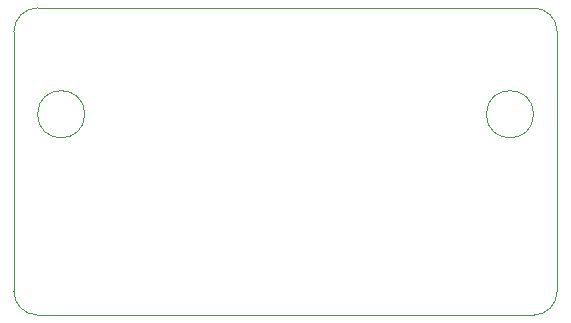
<source format=gbr>
G04 #@! TF.GenerationSoftware,KiCad,Pcbnew,(5.1.4)-1*
G04 #@! TF.CreationDate,2019-10-27T01:38:00+02:00*
G04 #@! TF.ProjectId,SIOSocket,53494f53-6f63-46b6-9574-2e6b69636164,rev?*
G04 #@! TF.SameCoordinates,Original*
G04 #@! TF.FileFunction,Profile,NP*
%FSLAX46Y46*%
G04 Gerber Fmt 4.6, Leading zero omitted, Abs format (unit mm)*
G04 Created by KiCad (PCBNEW (5.1.4)-1) date 2019-10-27 01:38:00*
%MOMM*%
%LPD*%
G04 APERTURE LIST*
%ADD10C,0.050000*%
G04 APERTURE END LIST*
D10*
X171000000Y-103000000D02*
X171000000Y-100000000D01*
X125000000Y-103000000D02*
X125000000Y-100000000D01*
X125000000Y-100000000D02*
X125000000Y-81000000D01*
X169000000Y-105000000D02*
X127000000Y-105000000D01*
X171000000Y-81000000D02*
X171000000Y-100000000D01*
X127000000Y-79000000D02*
X169000000Y-79000000D01*
X125000000Y-81000000D02*
G75*
G02X127000000Y-79000000I2000000J0D01*
G01*
X127000000Y-105000000D02*
G75*
G02X125000000Y-103000000I0J2000000D01*
G01*
X171000000Y-103000000D02*
G75*
G02X169000000Y-105000000I-2000000J0D01*
G01*
X169000000Y-79000000D02*
G75*
G02X171000000Y-81000000I0J-2000000D01*
G01*
X131000000Y-88000000D02*
G75*
G03X131000000Y-88000000I-2000000J0D01*
G01*
X169000000Y-88000000D02*
G75*
G03X169000000Y-88000000I-2000000J0D01*
G01*
M02*

</source>
